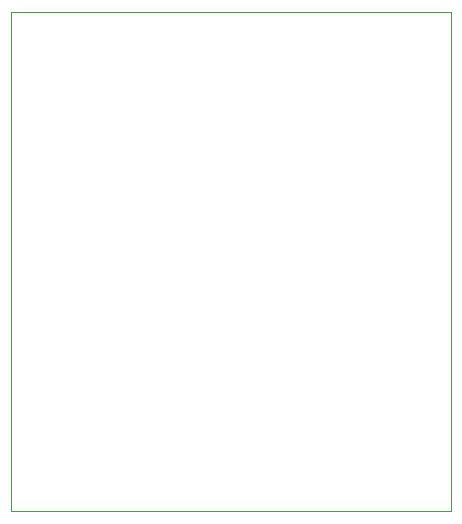
<source format=gbr>
%TF.GenerationSoftware,KiCad,Pcbnew,9.0.6*%
%TF.CreationDate,2025-11-07T06:51:29-08:00*%
%TF.ProjectId,bramble_valve_indexer,6272616d-626c-4655-9f76-616c76655f69,rev?*%
%TF.SameCoordinates,Original*%
%TF.FileFunction,Profile,NP*%
%FSLAX46Y46*%
G04 Gerber Fmt 4.6, Leading zero omitted, Abs format (unit mm)*
G04 Created by KiCad (PCBNEW 9.0.6) date 2025-11-07 06:51:29*
%MOMM*%
%LPD*%
G01*
G04 APERTURE LIST*
%TA.AperFunction,Profile*%
%ADD10C,0.050000*%
%TD*%
G04 APERTURE END LIST*
D10*
X12750000Y-13250000D02*
X50000000Y-13250000D01*
X50000000Y-55500000D01*
X12750000Y-55500000D01*
X12750000Y-13250000D01*
M02*

</source>
